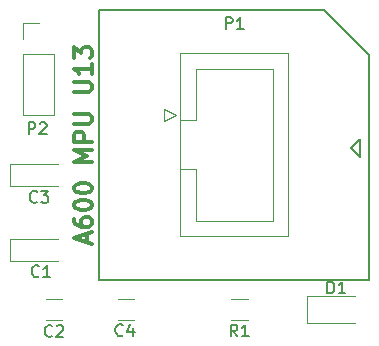
<source format=gto>
%TF.GenerationSoftware,KiCad,Pcbnew,5.1.9+dfsg1-1+deb11u1*%
%TF.CreationDate,2022-11-29T12:23:15+01:00*%
%TF.ProjectId,A600MPU-Adapter,41363030-4d50-4552-9d41-646170746572,2.0*%
%TF.SameCoordinates,Original*%
%TF.FileFunction,Legend,Top*%
%TF.FilePolarity,Positive*%
%FSLAX46Y46*%
G04 Gerber Fmt 4.6, Leading zero omitted, Abs format (unit mm)*
G04 Created by KiCad (PCBNEW 5.1.9+dfsg1-1+deb11u1) date 2022-11-29 12:23:15*
%MOMM*%
%LPD*%
G01*
G04 APERTURE LIST*
%ADD10C,0.300000*%
%ADD11C,0.200000*%
%ADD12C,0.120000*%
%ADD13C,0.150000*%
G04 APERTURE END LIST*
D10*
X150110000Y-112390000D02*
X150110000Y-111675714D01*
X150538571Y-112532857D02*
X149038571Y-112032857D01*
X150538571Y-111532857D01*
X149038571Y-110390000D02*
X149038571Y-110675714D01*
X149110000Y-110818571D01*
X149181428Y-110890000D01*
X149395714Y-111032857D01*
X149681428Y-111104285D01*
X150252857Y-111104285D01*
X150395714Y-111032857D01*
X150467142Y-110961428D01*
X150538571Y-110818571D01*
X150538571Y-110532857D01*
X150467142Y-110390000D01*
X150395714Y-110318571D01*
X150252857Y-110247142D01*
X149895714Y-110247142D01*
X149752857Y-110318571D01*
X149681428Y-110390000D01*
X149610000Y-110532857D01*
X149610000Y-110818571D01*
X149681428Y-110961428D01*
X149752857Y-111032857D01*
X149895714Y-111104285D01*
X149038571Y-109318571D02*
X149038571Y-109175714D01*
X149110000Y-109032857D01*
X149181428Y-108961428D01*
X149324285Y-108890000D01*
X149610000Y-108818571D01*
X149967142Y-108818571D01*
X150252857Y-108890000D01*
X150395714Y-108961428D01*
X150467142Y-109032857D01*
X150538571Y-109175714D01*
X150538571Y-109318571D01*
X150467142Y-109461428D01*
X150395714Y-109532857D01*
X150252857Y-109604285D01*
X149967142Y-109675714D01*
X149610000Y-109675714D01*
X149324285Y-109604285D01*
X149181428Y-109532857D01*
X149110000Y-109461428D01*
X149038571Y-109318571D01*
X149038571Y-107890000D02*
X149038571Y-107747142D01*
X149110000Y-107604285D01*
X149181428Y-107532857D01*
X149324285Y-107461428D01*
X149610000Y-107390000D01*
X149967142Y-107390000D01*
X150252857Y-107461428D01*
X150395714Y-107532857D01*
X150467142Y-107604285D01*
X150538571Y-107747142D01*
X150538571Y-107890000D01*
X150467142Y-108032857D01*
X150395714Y-108104285D01*
X150252857Y-108175714D01*
X149967142Y-108247142D01*
X149610000Y-108247142D01*
X149324285Y-108175714D01*
X149181428Y-108104285D01*
X149110000Y-108032857D01*
X149038571Y-107890000D01*
X150538571Y-105604285D02*
X149038571Y-105604285D01*
X150110000Y-105104285D01*
X149038571Y-104604285D01*
X150538571Y-104604285D01*
X150538571Y-103890000D02*
X149038571Y-103890000D01*
X149038571Y-103318571D01*
X149110000Y-103175714D01*
X149181428Y-103104285D01*
X149324285Y-103032857D01*
X149538571Y-103032857D01*
X149681428Y-103104285D01*
X149752857Y-103175714D01*
X149824285Y-103318571D01*
X149824285Y-103890000D01*
X149038571Y-102390000D02*
X150252857Y-102390000D01*
X150395714Y-102318571D01*
X150467142Y-102247142D01*
X150538571Y-102104285D01*
X150538571Y-101818571D01*
X150467142Y-101675714D01*
X150395714Y-101604285D01*
X150252857Y-101532857D01*
X149038571Y-101532857D01*
X149038571Y-99675714D02*
X150252857Y-99675714D01*
X150395714Y-99604285D01*
X150467142Y-99532857D01*
X150538571Y-99390000D01*
X150538571Y-99104285D01*
X150467142Y-98961428D01*
X150395714Y-98890000D01*
X150252857Y-98818571D01*
X149038571Y-98818571D01*
X150538571Y-97318571D02*
X150538571Y-98175714D01*
X150538571Y-97747142D02*
X149038571Y-97747142D01*
X149252857Y-97890000D01*
X149395714Y-98032857D01*
X149467142Y-98175714D01*
X149038571Y-96818571D02*
X149038571Y-95890000D01*
X149610000Y-96390000D01*
X149610000Y-96175714D01*
X149681428Y-96032857D01*
X149752857Y-95961428D01*
X149895714Y-95890000D01*
X150252857Y-95890000D01*
X150395714Y-95961428D01*
X150467142Y-96032857D01*
X150538571Y-96175714D01*
X150538571Y-96604285D01*
X150467142Y-96747142D01*
X150395714Y-96818571D01*
D11*
X173228000Y-105156000D02*
X173228000Y-103632000D01*
X172466000Y-104394000D02*
X173228000Y-105156000D01*
X173228000Y-103632000D02*
X172466000Y-104394000D01*
X151130000Y-115570000D02*
X151130000Y-92710000D01*
X173990000Y-115570000D02*
X151130000Y-115570000D01*
X173990000Y-96520000D02*
X173990000Y-115570000D01*
X170180000Y-92710000D02*
X173990000Y-96520000D01*
X151130000Y-92710000D02*
X170180000Y-92710000D01*
D12*
%TO.C,P2*%
X144670000Y-101610000D02*
X147330000Y-101610000D01*
X144670000Y-96470000D02*
X144670000Y-101610000D01*
X147330000Y-96470000D02*
X147330000Y-101610000D01*
X144670000Y-96470000D02*
X147330000Y-96470000D01*
X144670000Y-95200000D02*
X144670000Y-93870000D01*
X144670000Y-93870000D02*
X146000000Y-93870000D01*
%TO.C,P1*%
X158010000Y-96390000D02*
X167130000Y-96390000D01*
X167130000Y-96390000D02*
X167130000Y-111890000D01*
X167130000Y-111890000D02*
X158010000Y-111890000D01*
X158010000Y-111890000D02*
X158010000Y-96390000D01*
X158010000Y-102090000D02*
X159320000Y-102090000D01*
X159320000Y-102090000D02*
X159320000Y-97690000D01*
X159320000Y-97690000D02*
X165820000Y-97690000D01*
X165820000Y-97690000D02*
X165820000Y-110590000D01*
X165820000Y-110590000D02*
X159320000Y-110590000D01*
X159320000Y-110590000D02*
X159320000Y-106190000D01*
X159320000Y-106190000D02*
X159320000Y-106190000D01*
X159320000Y-106190000D02*
X158010000Y-106190000D01*
X157620000Y-101600000D02*
X156620000Y-101100000D01*
X156620000Y-101100000D02*
X156620000Y-102100000D01*
X156620000Y-102100000D02*
X157620000Y-101600000D01*
%TO.C,D1*%
X172800000Y-116965000D02*
X168740000Y-116965000D01*
X168740000Y-116965000D02*
X168740000Y-119235000D01*
X168740000Y-119235000D02*
X172800000Y-119235000D01*
%TO.C,C1*%
X143565000Y-113965000D02*
X147650000Y-113965000D01*
X143565000Y-112095000D02*
X143565000Y-113965000D01*
X147650000Y-112095000D02*
X143565000Y-112095000D01*
%TO.C,C2*%
X148031252Y-117200000D02*
X146608748Y-117200000D01*
X148031252Y-119020000D02*
X146608748Y-119020000D01*
%TO.C,C3*%
X147650000Y-105745000D02*
X143565000Y-105745000D01*
X143565000Y-105745000D02*
X143565000Y-107615000D01*
X143565000Y-107615000D02*
X147650000Y-107615000D01*
%TO.C,R1*%
X163727064Y-117190000D02*
X162272936Y-117190000D01*
X163727064Y-119010000D02*
X162272936Y-119010000D01*
%TO.C,C4*%
X152688748Y-119010000D02*
X154111252Y-119010000D01*
X152688748Y-117190000D02*
X154111252Y-117190000D01*
%TO.C,P2*%
D13*
X145161904Y-103252380D02*
X145161904Y-102252380D01*
X145542857Y-102252380D01*
X145638095Y-102300000D01*
X145685714Y-102347619D01*
X145733333Y-102442857D01*
X145733333Y-102585714D01*
X145685714Y-102680952D01*
X145638095Y-102728571D01*
X145542857Y-102776190D01*
X145161904Y-102776190D01*
X146114285Y-102347619D02*
X146161904Y-102300000D01*
X146257142Y-102252380D01*
X146495238Y-102252380D01*
X146590476Y-102300000D01*
X146638095Y-102347619D01*
X146685714Y-102442857D01*
X146685714Y-102538095D01*
X146638095Y-102680952D01*
X146066666Y-103252380D01*
X146685714Y-103252380D01*
%TO.C,P1*%
X161861904Y-94352380D02*
X161861904Y-93352380D01*
X162242857Y-93352380D01*
X162338095Y-93400000D01*
X162385714Y-93447619D01*
X162433333Y-93542857D01*
X162433333Y-93685714D01*
X162385714Y-93780952D01*
X162338095Y-93828571D01*
X162242857Y-93876190D01*
X161861904Y-93876190D01*
X163385714Y-94352380D02*
X162814285Y-94352380D01*
X163100000Y-94352380D02*
X163100000Y-93352380D01*
X163004761Y-93495238D01*
X162909523Y-93590476D01*
X162814285Y-93638095D01*
%TO.C,D1*%
X170461904Y-116732380D02*
X170461904Y-115732380D01*
X170700000Y-115732380D01*
X170842857Y-115780000D01*
X170938095Y-115875238D01*
X170985714Y-115970476D01*
X171033333Y-116160952D01*
X171033333Y-116303809D01*
X170985714Y-116494285D01*
X170938095Y-116589523D01*
X170842857Y-116684761D01*
X170700000Y-116732380D01*
X170461904Y-116732380D01*
X171985714Y-116732380D02*
X171414285Y-116732380D01*
X171700000Y-116732380D02*
X171700000Y-115732380D01*
X171604761Y-115875238D01*
X171509523Y-115970476D01*
X171414285Y-116018095D01*
%TO.C,C1*%
X146033333Y-115257142D02*
X145985714Y-115304761D01*
X145842857Y-115352380D01*
X145747619Y-115352380D01*
X145604761Y-115304761D01*
X145509523Y-115209523D01*
X145461904Y-115114285D01*
X145414285Y-114923809D01*
X145414285Y-114780952D01*
X145461904Y-114590476D01*
X145509523Y-114495238D01*
X145604761Y-114400000D01*
X145747619Y-114352380D01*
X145842857Y-114352380D01*
X145985714Y-114400000D01*
X146033333Y-114447619D01*
X146985714Y-115352380D02*
X146414285Y-115352380D01*
X146700000Y-115352380D02*
X146700000Y-114352380D01*
X146604761Y-114495238D01*
X146509523Y-114590476D01*
X146414285Y-114638095D01*
%TO.C,C2*%
X147153333Y-120317142D02*
X147105714Y-120364761D01*
X146962857Y-120412380D01*
X146867619Y-120412380D01*
X146724761Y-120364761D01*
X146629523Y-120269523D01*
X146581904Y-120174285D01*
X146534285Y-119983809D01*
X146534285Y-119840952D01*
X146581904Y-119650476D01*
X146629523Y-119555238D01*
X146724761Y-119460000D01*
X146867619Y-119412380D01*
X146962857Y-119412380D01*
X147105714Y-119460000D01*
X147153333Y-119507619D01*
X147534285Y-119507619D02*
X147581904Y-119460000D01*
X147677142Y-119412380D01*
X147915238Y-119412380D01*
X148010476Y-119460000D01*
X148058095Y-119507619D01*
X148105714Y-119602857D01*
X148105714Y-119698095D01*
X148058095Y-119840952D01*
X147486666Y-120412380D01*
X148105714Y-120412380D01*
%TO.C,C3*%
X145883333Y-108957142D02*
X145835714Y-109004761D01*
X145692857Y-109052380D01*
X145597619Y-109052380D01*
X145454761Y-109004761D01*
X145359523Y-108909523D01*
X145311904Y-108814285D01*
X145264285Y-108623809D01*
X145264285Y-108480952D01*
X145311904Y-108290476D01*
X145359523Y-108195238D01*
X145454761Y-108100000D01*
X145597619Y-108052380D01*
X145692857Y-108052380D01*
X145835714Y-108100000D01*
X145883333Y-108147619D01*
X146216666Y-108052380D02*
X146835714Y-108052380D01*
X146502380Y-108433333D01*
X146645238Y-108433333D01*
X146740476Y-108480952D01*
X146788095Y-108528571D01*
X146835714Y-108623809D01*
X146835714Y-108861904D01*
X146788095Y-108957142D01*
X146740476Y-109004761D01*
X146645238Y-109052380D01*
X146359523Y-109052380D01*
X146264285Y-109004761D01*
X146216666Y-108957142D01*
%TO.C,R1*%
X162833333Y-120372380D02*
X162500000Y-119896190D01*
X162261904Y-120372380D02*
X162261904Y-119372380D01*
X162642857Y-119372380D01*
X162738095Y-119420000D01*
X162785714Y-119467619D01*
X162833333Y-119562857D01*
X162833333Y-119705714D01*
X162785714Y-119800952D01*
X162738095Y-119848571D01*
X162642857Y-119896190D01*
X162261904Y-119896190D01*
X163785714Y-120372380D02*
X163214285Y-120372380D01*
X163500000Y-120372380D02*
X163500000Y-119372380D01*
X163404761Y-119515238D01*
X163309523Y-119610476D01*
X163214285Y-119658095D01*
%TO.C,C4*%
X153133333Y-120257142D02*
X153085714Y-120304761D01*
X152942857Y-120352380D01*
X152847619Y-120352380D01*
X152704761Y-120304761D01*
X152609523Y-120209523D01*
X152561904Y-120114285D01*
X152514285Y-119923809D01*
X152514285Y-119780952D01*
X152561904Y-119590476D01*
X152609523Y-119495238D01*
X152704761Y-119400000D01*
X152847619Y-119352380D01*
X152942857Y-119352380D01*
X153085714Y-119400000D01*
X153133333Y-119447619D01*
X153990476Y-119685714D02*
X153990476Y-120352380D01*
X153752380Y-119304761D02*
X153514285Y-120019047D01*
X154133333Y-120019047D01*
%TD*%
M02*

</source>
